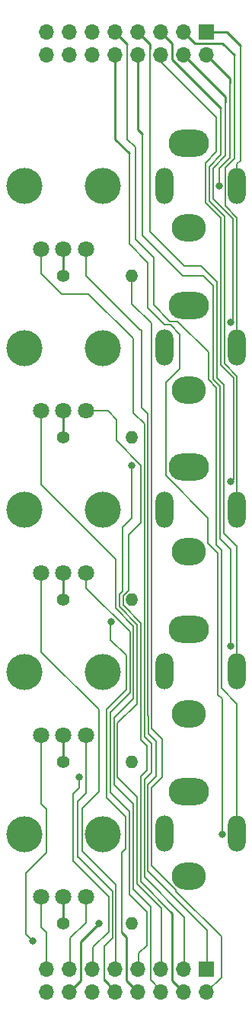
<source format=gtl>
%TF.GenerationSoftware,KiCad,Pcbnew,(6.0.1)*%
%TF.CreationDate,2022-10-13T13:52:36-04:00*%
%TF.ProjectId,SYNTH-CTLS-5-01,53594e54-482d-4435-944c-532d352d3031,1*%
%TF.SameCoordinates,Original*%
%TF.FileFunction,Copper,L1,Top*%
%TF.FilePolarity,Positive*%
%FSLAX46Y46*%
G04 Gerber Fmt 4.6, Leading zero omitted, Abs format (unit mm)*
G04 Created by KiCad (PCBNEW (6.0.1)) date 2022-10-13 13:52:36*
%MOMM*%
%LPD*%
G01*
G04 APERTURE LIST*
%TA.AperFunction,ComponentPad*%
%ADD10R,1.700000X1.700000*%
%TD*%
%TA.AperFunction,ComponentPad*%
%ADD11O,1.700000X1.700000*%
%TD*%
%TA.AperFunction,WasherPad*%
%ADD12C,4.000000*%
%TD*%
%TA.AperFunction,ComponentPad*%
%ADD13C,1.800000*%
%TD*%
%TA.AperFunction,ComponentPad*%
%ADD14C,1.400000*%
%TD*%
%TA.AperFunction,ComponentPad*%
%ADD15O,1.400000X1.400000*%
%TD*%
%TA.AperFunction,ComponentPad*%
%ADD16O,4.500000X3.000000*%
%TD*%
%TA.AperFunction,ComponentPad*%
%ADD17O,3.800000X3.000000*%
%TD*%
%TA.AperFunction,ComponentPad*%
%ADD18O,2.000000X4.000000*%
%TD*%
%TA.AperFunction,ViaPad*%
%ADD19C,0.800000*%
%TD*%
%TA.AperFunction,Conductor*%
%ADD20C,0.203200*%
%TD*%
%TA.AperFunction,Conductor*%
%ADD21C,0.250000*%
%TD*%
G04 APERTURE END LIST*
D10*
%TO.P,J11,1,Pin_1*%
%TO.N,/POTCW_1*%
X121412000Y-115565000D03*
D11*
%TO.P,J11,2,Pin_2*%
%TO.N,/POTW_1*%
X121412000Y-118105000D03*
%TO.P,J11,3,Pin_3*%
%TO.N,/POTCCW_1*%
X118872000Y-115565000D03*
%TO.P,J11,4,Pin_4*%
%TO.N,/POTCW_2*%
X118872000Y-118105000D03*
%TO.P,J11,5,Pin_5*%
%TO.N,/POTW_2*%
X116332000Y-115565000D03*
%TO.P,J11,6,Pin_6*%
%TO.N,/POTCCW_2*%
X116332000Y-118105000D03*
%TO.P,J11,7,Pin_7*%
%TO.N,/POTCW_3*%
X113792000Y-115565000D03*
%TO.P,J11,8,Pin_8*%
%TO.N,/POTW_3*%
X113792000Y-118105000D03*
%TO.P,J11,9,Pin_9*%
%TO.N,/POTCCW_3*%
X111252000Y-115565000D03*
%TO.P,J11,10,Pin_10*%
%TO.N,/POTCW_4*%
X111252000Y-118105000D03*
%TO.P,J11,11,Pin_11*%
%TO.N,/POTW_4*%
X108712000Y-115565000D03*
%TO.P,J11,12,Pin_12*%
%TO.N,/POTCCW_4*%
X108712000Y-118105000D03*
%TO.P,J11,13,Pin_13*%
%TO.N,/POTCW_5*%
X106172000Y-115565000D03*
%TO.P,J11,14,Pin_14*%
%TO.N,/POTW_5*%
X106172000Y-118105000D03*
%TO.P,J11,15,Pin_15*%
%TO.N,/POTCCW_5*%
X103632000Y-115565000D03*
%TO.P,J11,16,Pin_16*%
%TO.N,unconnected-(J11-Pad16)*%
X103632000Y-118105000D03*
%TD*%
D12*
%TO.P,RV4,*%
%TO.N,*%
X109900000Y-82550000D03*
X101100000Y-82550000D03*
D13*
%TO.P,RV4,1,1*%
%TO.N,/POTCW_4*%
X108000000Y-89550000D03*
%TO.P,RV4,2,2*%
%TO.N,Net-(R4-Pad1)*%
X105500000Y-89550000D03*
%TO.P,RV4,3,3*%
%TO.N,/POTCCW_4*%
X103000000Y-89550000D03*
%TD*%
D14*
%TO.P,R4,1*%
%TO.N,Net-(R4-Pad1)*%
X105500000Y-92500000D03*
D15*
%TO.P,R4,2*%
%TO.N,/POTW_4*%
X113120000Y-92500000D03*
%TD*%
D12*
%TO.P,RV2,*%
%TO.N,*%
X101100000Y-46550000D03*
X109900000Y-46550000D03*
D13*
%TO.P,RV2,1,1*%
%TO.N,/POTCW_2*%
X108000000Y-53550000D03*
%TO.P,RV2,2,2*%
%TO.N,Net-(R2-Pad1)*%
X105500000Y-53550000D03*
%TO.P,RV2,3,3*%
%TO.N,/POTCCW_2*%
X103000000Y-53550000D03*
%TD*%
D12*
%TO.P,RV5,*%
%TO.N,*%
X101100000Y-100550000D03*
X109900000Y-100550000D03*
D13*
%TO.P,RV5,1,1*%
%TO.N,/POTCW_5*%
X108000000Y-107550000D03*
%TO.P,RV5,2,2*%
%TO.N,Net-(R5-Pad1)*%
X105500000Y-107550000D03*
%TO.P,RV5,3,3*%
%TO.N,/POTCCW_5*%
X103000000Y-107550000D03*
%TD*%
D16*
%TO.P,J4,S*%
%TO.N,GND*%
X119400000Y-77800000D03*
D17*
X119400000Y-87200000D03*
D18*
%TO.P,J4,T*%
%TO.N,/VI_4*%
X124800000Y-82500000D03*
%TO.P,J4,TN*%
%TO.N,/VI_4S*%
X116700000Y-82500000D03*
%TD*%
D16*
%TO.P,J5,S*%
%TO.N,GND*%
X119400000Y-95800000D03*
D17*
X119400000Y-105200000D03*
D18*
%TO.P,J5,T*%
%TO.N,/VI_5*%
X124800000Y-100500000D03*
%TO.P,J5,TN*%
%TO.N,/VI_5S*%
X116700000Y-100500000D03*
%TD*%
D14*
%TO.P,R5,1*%
%TO.N,Net-(R5-Pad1)*%
X105500000Y-110500000D03*
D15*
%TO.P,R5,2*%
%TO.N,/POTW_5*%
X113120000Y-110500000D03*
%TD*%
D16*
%TO.P,J1,S*%
%TO.N,GND*%
X119400000Y-23800000D03*
D17*
X119400000Y-33200000D03*
D18*
%TO.P,J1,T*%
%TO.N,/VI_1*%
X124800000Y-28500000D03*
%TO.P,J1,TN*%
%TO.N,/VI_1S*%
X116700000Y-28500000D03*
%TD*%
D10*
%TO.P,J10,1,Pin_1*%
%TO.N,/VI_1*%
X121412000Y-11425000D03*
D11*
%TO.P,J10,2,Pin_2*%
%TO.N,/VI_1S*%
X121412000Y-13965000D03*
%TO.P,J10,3,Pin_3*%
%TO.N,/VI_2*%
X118872000Y-11425000D03*
%TO.P,J10,4,Pin_4*%
%TO.N,/VI_2S*%
X118872000Y-13965000D03*
%TO.P,J10,5,Pin_5*%
%TO.N,/VI_3*%
X116332000Y-11425000D03*
%TO.P,J10,6,Pin_6*%
%TO.N,/VI_3S*%
X116332000Y-13965000D03*
%TO.P,J10,7,Pin_7*%
%TO.N,/VI_4*%
X113792000Y-11425000D03*
%TO.P,J10,8,Pin_8*%
%TO.N,/VI_4S*%
X113792000Y-13965000D03*
%TO.P,J10,9,Pin_9*%
%TO.N,/VI_5*%
X111252000Y-11425000D03*
%TO.P,J10,10,Pin_10*%
%TO.N,/VI_5S*%
X111252000Y-13965000D03*
%TO.P,J10,11,Pin_11*%
%TO.N,GND*%
X108712000Y-11425000D03*
%TO.P,J10,12,Pin_12*%
X108712000Y-13965000D03*
%TO.P,J10,13,Pin_13*%
X106172000Y-11425000D03*
%TO.P,J10,14,Pin_14*%
X106172000Y-13965000D03*
%TO.P,J10,15,Pin_15*%
X103632000Y-11425000D03*
%TO.P,J10,16,Pin_16*%
X103632000Y-13965000D03*
%TD*%
D14*
%TO.P,R3,1*%
%TO.N,Net-(R3-Pad1)*%
X105500000Y-74500000D03*
D15*
%TO.P,R3,2*%
%TO.N,/POTW_3*%
X113120000Y-74500000D03*
%TD*%
D16*
%TO.P,J3,S*%
%TO.N,GND*%
X119400000Y-59800000D03*
D17*
X119400000Y-69200000D03*
D18*
%TO.P,J3,T*%
%TO.N,/VI_3*%
X124800000Y-64500000D03*
%TO.P,J3,TN*%
%TO.N,/VI_3S*%
X116700000Y-64500000D03*
%TD*%
D12*
%TO.P,RV1,*%
%TO.N,*%
X109900000Y-28550000D03*
X101100000Y-28550000D03*
D13*
%TO.P,RV1,1,1*%
%TO.N,/POTCW_1*%
X108000000Y-35550000D03*
%TO.P,RV1,2,2*%
%TO.N,Net-(R1-Pad1)*%
X105500000Y-35550000D03*
%TO.P,RV1,3,3*%
%TO.N,/POTCCW_1*%
X103000000Y-35550000D03*
%TD*%
D14*
%TO.P,R1,1*%
%TO.N,Net-(R1-Pad1)*%
X105500000Y-38500000D03*
D15*
%TO.P,R1,2*%
%TO.N,/POTW_1*%
X113120000Y-38500000D03*
%TD*%
D12*
%TO.P,RV3,*%
%TO.N,*%
X109900000Y-64550000D03*
X101100000Y-64550000D03*
D13*
%TO.P,RV3,1,1*%
%TO.N,/POTCW_3*%
X108000000Y-71550000D03*
%TO.P,RV3,2,2*%
%TO.N,Net-(R3-Pad1)*%
X105500000Y-71550000D03*
%TO.P,RV3,3,3*%
%TO.N,/POTCCW_3*%
X103000000Y-71550000D03*
%TD*%
D14*
%TO.P,R2,1*%
%TO.N,Net-(R2-Pad1)*%
X105500000Y-56500000D03*
D15*
%TO.P,R2,2*%
%TO.N,/POTW_2*%
X113120000Y-56500000D03*
%TD*%
D18*
%TO.P,J2,TN*%
%TO.N,/VI_2S*%
X116700000Y-46500000D03*
%TO.P,J2,T*%
%TO.N,/VI_2*%
X124800000Y-46500000D03*
D16*
%TO.P,J2,S*%
%TO.N,GND*%
X119400000Y-41800000D03*
D17*
X119400000Y-51200000D03*
%TD*%
D19*
%TO.N,/POTW_5*%
X109474000Y-110490000D03*
%TO.N,/POTCCW_4*%
X102057200Y-112395000D03*
%TO.N,/POTW_3*%
X110756247Y-76949753D03*
%TO.N,/VI_4S*%
X124098900Y-79654400D03*
%TO.N,/VI_1S*%
X122797780Y-28498800D03*
%TO.N,/VI_2S*%
X124098900Y-43713400D03*
%TO.N,/VI_3S*%
X124098900Y-61391800D03*
%TO.N,/VI_5S*%
X123113800Y-100558600D03*
%TO.N,/POTW_2*%
X113080347Y-59563453D03*
%TO.N,/POTW_4*%
X107238800Y-94208600D03*
%TD*%
D20*
%TO.N,/POTCCW_5*%
X103000000Y-110874000D02*
X103632000Y-111506000D01*
X103000000Y-107550000D02*
X103000000Y-110874000D01*
X103632000Y-111506000D02*
X103632000Y-115565000D01*
%TO.N,/POTCCW_4*%
X101320600Y-111658400D02*
X102057200Y-112395000D01*
X101320600Y-104927400D02*
X101320600Y-111658400D01*
X103632000Y-97790000D02*
X103632000Y-102616000D01*
X103632000Y-102616000D02*
X101320600Y-104927400D01*
X103000000Y-97158000D02*
X103632000Y-97790000D01*
X103000000Y-89550000D02*
X103000000Y-97158000D01*
%TO.N,/VI_5S*%
X123113800Y-85521800D02*
X123113800Y-100558600D01*
X122660280Y-85068280D02*
X123113800Y-85521800D01*
X122660280Y-69320280D02*
X122660280Y-85068280D01*
X121564400Y-68224400D02*
X122660280Y-69320280D01*
X121564400Y-65430400D02*
X121564400Y-68224400D01*
X116848880Y-60714880D02*
X121564400Y-65430400D01*
X116848880Y-50410120D02*
X116848880Y-60714880D01*
X118434834Y-48824166D02*
X116848880Y-50410120D01*
X118434834Y-45028834D02*
X118434834Y-48824166D01*
X117369720Y-43963720D02*
X118434834Y-45028834D01*
X116713720Y-43963720D02*
X117369720Y-43963720D01*
X112801400Y-35001200D02*
X114858800Y-37058600D01*
X114858800Y-42108800D02*
X116713720Y-43963720D01*
X112801400Y-24892000D02*
X112801400Y-35001200D01*
X114858800Y-37058600D02*
X114858800Y-42108800D01*
D21*
%TO.N,/VI_3*%
X117602000Y-14478000D02*
X123000000Y-19876000D01*
X117602000Y-12695000D02*
X117602000Y-14478000D01*
D20*
X123000000Y-25096668D02*
X123000000Y-19876000D01*
D21*
X116332000Y-11425000D02*
X117602000Y-12695000D01*
%TO.N,/VI_1S*%
X121412000Y-13965000D02*
X124000000Y-16553000D01*
X124000000Y-16553000D02*
X124000000Y-17066000D01*
D20*
X124000000Y-25417468D02*
X124000000Y-17066000D01*
D21*
%TO.N,/VI_2S*%
X123500000Y-18593000D02*
X123500000Y-19248000D01*
X118872000Y-13965000D02*
X123500000Y-18593000D01*
D20*
X123500000Y-25166200D02*
X123500000Y-19248000D01*
D21*
%TO.N,/VI_1*%
X123675000Y-11425000D02*
X125200700Y-12950700D01*
X121412000Y-11425000D02*
X123675000Y-11425000D01*
%TO.N,/VI_2*%
X123190000Y-12700000D02*
X124500000Y-14010000D01*
X118872000Y-11425000D02*
X120147000Y-12700000D01*
X120147000Y-12700000D02*
X123190000Y-12700000D01*
D20*
X124500000Y-25487000D02*
X124500000Y-14010000D01*
D21*
%TO.N,/VI_4*%
X115138200Y-12771200D02*
X115138200Y-13284200D01*
X113792000Y-11425000D02*
X115138200Y-12771200D01*
D20*
X115138200Y-13284200D02*
X115138200Y-33638200D01*
D21*
%TO.N,/VI_4S*%
X113792000Y-22292000D02*
X114250000Y-22750000D01*
X113792000Y-13965000D02*
X113792000Y-22292000D01*
%TO.N,/VI_5S*%
X111252000Y-23342600D02*
X112801400Y-24892000D01*
X111252000Y-13965000D02*
X111252000Y-23342600D01*
%TO.N,/VI_5*%
X111252000Y-11425000D02*
X112598200Y-12771200D01*
D20*
X112598200Y-12776200D02*
X112598200Y-23348200D01*
D21*
X112598200Y-12771200D02*
X112598200Y-12776200D01*
%TO.N,/POTCW_2*%
X118872000Y-118105000D02*
X117602000Y-116835000D01*
D20*
X117388000Y-109180000D02*
X114082440Y-105874440D01*
D21*
X117602000Y-116835000D02*
X117602000Y-109394000D01*
X117602000Y-109394000D02*
X117388000Y-109180000D01*
D20*
%TO.N,/VI_5S*%
X111340000Y-23430600D02*
X112801400Y-24892000D01*
D21*
%TO.N,/POTW_3*%
X112500000Y-116813000D02*
X113792000Y-118105000D01*
X112500000Y-112000000D02*
X112500000Y-116813000D01*
D20*
X112000000Y-111500000D02*
X112000000Y-102605520D01*
D21*
X112500000Y-112000000D02*
X112000000Y-111500000D01*
D20*
%TO.N,/POTCCW_3*%
X107543600Y-102412800D02*
X111340000Y-106209200D01*
X107543600Y-97713800D02*
X107543600Y-102412800D01*
X109397800Y-95859600D02*
X107543600Y-97713800D01*
X111340000Y-106209200D02*
X111340000Y-115477000D01*
X103000000Y-80317800D02*
X109397800Y-86715600D01*
X109397800Y-86715600D02*
X109397800Y-95859600D01*
X103000000Y-71550000D02*
X103000000Y-80317800D01*
%TO.N,/POTCW_4*%
X110000000Y-116853000D02*
X111252000Y-118105000D01*
X110937280Y-112062720D02*
X110000000Y-113000000D01*
X110000000Y-113000000D02*
X110000000Y-116853000D01*
X110937280Y-106951228D02*
X110937280Y-112062720D01*
%TO.N,/VI_4*%
X124800000Y-68621000D02*
X124800000Y-82500000D01*
X123317000Y-67138000D02*
X124800000Y-68621000D01*
X122558680Y-49863880D02*
X123317000Y-50622200D01*
X122558680Y-39191320D02*
X122558680Y-49863880D01*
X120808680Y-37441320D02*
X122558680Y-39191320D01*
X118941320Y-37441320D02*
X120808680Y-37441320D01*
X123317000Y-50622200D02*
X123317000Y-67138000D01*
X115138200Y-33638200D02*
X118941320Y-37441320D01*
%TO.N,/VI_4S*%
X124098900Y-68941100D02*
X124098900Y-79654400D01*
X122914280Y-67756480D02*
X124098900Y-68941100D01*
X122914280Y-50789012D02*
X122914280Y-67756480D01*
X121000000Y-38500000D02*
X122123200Y-39623200D01*
X118750000Y-38500000D02*
X121000000Y-38500000D01*
X122123200Y-49997932D02*
X122914280Y-50789012D01*
X114250000Y-34000000D02*
X118750000Y-38500000D01*
X114250000Y-22750000D02*
X114250000Y-34000000D01*
X113880000Y-22380000D02*
X114250000Y-22750000D01*
X122123200Y-39623200D02*
X122123200Y-49997932D01*
%TO.N,/VI_5*%
X123063000Y-84359200D02*
X124800000Y-86096200D01*
X122511560Y-50955824D02*
X122511560Y-68409560D01*
X121619136Y-46993936D02*
X121619136Y-50063400D01*
X118186200Y-43561000D02*
X121619136Y-46993936D01*
X113500000Y-24250000D02*
X113500000Y-34500000D01*
X115500000Y-41750000D02*
X117311000Y-43561000D01*
X124800000Y-86096200D02*
X124800000Y-100500000D01*
X117311000Y-43561000D02*
X118186200Y-43561000D01*
X112598200Y-23348200D02*
X113500000Y-24250000D01*
X113500000Y-34500000D02*
X115500000Y-36500000D01*
X123063000Y-68961000D02*
X123063000Y-84359200D01*
X115500000Y-36500000D02*
X115500000Y-41750000D01*
X122511560Y-68409560D02*
X123063000Y-68961000D01*
X121619136Y-50063400D02*
X122511560Y-50955824D01*
D21*
%TO.N,/POTW_5*%
X107442000Y-112522000D02*
X109474000Y-110490000D01*
X107442000Y-116835000D02*
X107442000Y-112522000D01*
X106172000Y-118105000D02*
X107442000Y-116835000D01*
D20*
%TO.N,/POTCCW_2*%
X115163600Y-108586400D02*
X115163600Y-116743600D01*
X113233200Y-106656000D02*
X115163600Y-108586400D01*
X115163600Y-116743600D02*
X116420000Y-118000000D01*
%TO.N,/POTCW_4*%
X110083600Y-116743600D02*
X111340000Y-118000000D01*
%TO.N,/POTCW_2*%
X114082440Y-105874440D02*
X114082440Y-94167560D01*
%TO.N,/POTCCW_2*%
X113233200Y-97233200D02*
X113233200Y-106656000D01*
X111106960Y-95106960D02*
X113233200Y-97233200D01*
%TO.N,/POTW_3*%
X112000000Y-102605520D02*
X112427760Y-102177760D01*
X112427760Y-102177760D02*
X112427760Y-98677760D01*
%TO.N,/POTCW_2*%
X114082440Y-94167560D02*
X114750000Y-93500000D01*
X114750000Y-93500000D02*
X114750000Y-90750000D01*
%TO.N,/POTCCW_2*%
X111106960Y-87643040D02*
X111106960Y-95106960D01*
X113277000Y-85473000D02*
X111106960Y-87643040D01*
%TO.N,/POTCW_4*%
X107135452Y-103149400D02*
X110937280Y-106951228D01*
X107111800Y-103149400D02*
X107135452Y-103149400D01*
%TO.N,/POTW_3*%
X112427760Y-98677760D02*
X110286800Y-96536800D01*
X110286800Y-96536800D02*
X110286800Y-86713200D01*
X110286800Y-86713200D02*
X112471560Y-84528440D01*
X112471560Y-84528440D02*
X112471560Y-80721560D01*
%TO.N,/POTCW_2*%
X114750000Y-90750000D02*
X114082440Y-90082440D01*
%TO.N,/POTCCW_2*%
X113277000Y-77433664D02*
X113277000Y-85473000D01*
%TO.N,/POTCW_4*%
X107061000Y-103098600D02*
X107111800Y-103149400D01*
X107061000Y-96977200D02*
X107061000Y-103098600D01*
X108000000Y-96038200D02*
X107061000Y-96977200D01*
%TO.N,/POTW_3*%
X110750000Y-79000000D02*
X112471560Y-80721560D01*
%TO.N,/POTCW_2*%
X114082440Y-90082440D02*
X114082440Y-77100040D01*
X114082440Y-77100040D02*
X112115600Y-75133200D01*
%TO.N,/POTCCW_2*%
X111281080Y-75437744D02*
X113277000Y-77433664D01*
X111281080Y-70031080D02*
X111281080Y-75437744D01*
X103000000Y-61750000D02*
X111281080Y-70031080D01*
%TO.N,/POTCW_4*%
X108000000Y-89550000D02*
X108000000Y-96038200D01*
%TO.N,/POTW_3*%
X110750000Y-76956000D02*
X110750000Y-79000000D01*
X110756247Y-76949753D02*
X110750000Y-76956000D01*
%TO.N,/POTCW_2*%
X112115600Y-75133200D02*
X112115600Y-74066400D01*
%TO.N,/POTCCW_2*%
X103000000Y-53550000D02*
X103000000Y-61750000D01*
%TO.N,/POTCW_2*%
X112115600Y-74066400D02*
X112716000Y-73466000D01*
X112716000Y-73466000D02*
X112716000Y-67284000D01*
X112716000Y-67284000D02*
X114082440Y-65917560D01*
X114082440Y-65917560D02*
X114082440Y-59574040D01*
X114082440Y-59574040D02*
X111353600Y-56845200D01*
X111353600Y-56845200D02*
X111353600Y-54483000D01*
X111353600Y-54483000D02*
X110420600Y-53550000D01*
X110420600Y-53550000D02*
X108000000Y-53550000D01*
%TO.N,/VI_1*%
X124800000Y-26101400D02*
X125200700Y-25700700D01*
X124800000Y-28500000D02*
X124800000Y-26101400D01*
X125200700Y-25700700D02*
X125200700Y-12950700D01*
%TO.N,/VI_2*%
X123498880Y-26488120D02*
X124500000Y-25487000D01*
X123498880Y-30763480D02*
X123498880Y-26488120D01*
X124800000Y-46500000D02*
X124800000Y-32064600D01*
X124800000Y-32064600D02*
X123498880Y-30763480D01*
%TO.N,/VI_3*%
X124800000Y-64000000D02*
X124800000Y-49666800D01*
X121693949Y-30250269D02*
X121693949Y-26402719D01*
X124800000Y-49666800D02*
X123367800Y-48234600D01*
X121693949Y-26402719D02*
X123000000Y-25096668D01*
X123367800Y-48234600D02*
X123367800Y-31924120D01*
X123367800Y-31924120D02*
X121693949Y-30250269D01*
%TO.N,/VI_1S*%
X122797780Y-26619688D02*
X124000000Y-25417468D01*
X122797780Y-28498800D02*
X122797780Y-26619688D01*
%TO.N,/VI_2S*%
X124098900Y-43713400D02*
X124358400Y-43453900D01*
X124358400Y-32207200D02*
X122096669Y-29945469D01*
X124358400Y-43453900D02*
X124358400Y-32207200D01*
X122096669Y-26569531D02*
X123500000Y-25166200D01*
X122096669Y-29945469D02*
X122096669Y-26569531D01*
%TO.N,/VI_3S*%
X124397280Y-61093420D02*
X124397280Y-49833612D01*
X122961400Y-32087252D02*
X121291229Y-30417081D01*
X121291229Y-30417081D02*
X121291229Y-25958771D01*
X121291229Y-25958771D02*
X122500000Y-24750000D01*
X124098900Y-61391800D02*
X124397280Y-61093420D01*
X122500000Y-24750000D02*
X122500000Y-20910000D01*
X122500000Y-20910000D02*
X116420000Y-14830000D01*
X122961400Y-48397732D02*
X122961400Y-32087252D01*
X124397280Y-49833612D02*
X122961400Y-48397732D01*
%TO.N,/POTCW_1*%
X121500000Y-111250000D02*
X121500000Y-115460000D01*
X114218434Y-53192674D02*
X114887880Y-53862120D01*
X114887880Y-87387880D02*
X114902720Y-87402720D01*
X114218434Y-44531566D02*
X114218434Y-53192674D01*
X115750000Y-90250000D02*
X115750000Y-94180468D01*
X114902720Y-89402720D02*
X115750000Y-90250000D01*
X114031566Y-44531566D02*
X114218434Y-44531566D01*
X114887880Y-53862120D02*
X114887880Y-87387880D01*
X114887880Y-95042588D02*
X114887880Y-104637880D01*
X114902720Y-87402720D02*
X114902720Y-89402720D01*
X108000000Y-38500000D02*
X114031566Y-44531566D01*
X115750000Y-94180468D02*
X114887880Y-95042588D01*
X114887880Y-104637880D02*
X121500000Y-111250000D01*
X108000000Y-35550000D02*
X108000000Y-38500000D01*
%TO.N,/POTCCW_1*%
X115250000Y-93750000D02*
X114485160Y-94514840D01*
X113250000Y-45500000D02*
X113250000Y-53750000D01*
X114485160Y-87764840D02*
X114500000Y-87779680D01*
X114485160Y-89735160D02*
X115250000Y-90500000D01*
X108288400Y-40538400D02*
X113250000Y-45500000D01*
X114500000Y-87779680D02*
X114485160Y-87794520D01*
X115250000Y-90500000D02*
X115250000Y-93750000D01*
X114485160Y-105315160D02*
X118960000Y-109790000D01*
X114485160Y-94514840D02*
X114485160Y-105315160D01*
X113250000Y-53750000D02*
X114485160Y-54985160D01*
X114485160Y-54985160D02*
X114485160Y-87764840D01*
X105283000Y-40538400D02*
X108288400Y-40538400D01*
X114485160Y-87794520D02*
X114485160Y-89735160D01*
X103000000Y-38255400D02*
X105283000Y-40538400D01*
X118960000Y-109790000D02*
X118960000Y-115460000D01*
X103000000Y-35550000D02*
X103000000Y-38255400D01*
%TO.N,/POTW_2*%
X113643280Y-96393280D02*
X111509680Y-94259680D01*
X112056234Y-73556234D02*
X112056234Y-66443766D01*
X113643280Y-106053280D02*
X113643280Y-96393280D01*
X113679720Y-77266852D02*
X111683800Y-75270932D01*
X116420000Y-115460000D02*
X116420000Y-108830000D01*
X111683800Y-75270932D02*
X111683800Y-73928668D01*
X116420000Y-108830000D02*
X113643280Y-106053280D01*
X111683800Y-73928668D02*
X112056234Y-73556234D01*
X113679720Y-86070280D02*
X113679720Y-77266852D01*
X113080347Y-65419653D02*
X113080347Y-59563453D01*
X111509680Y-94259680D02*
X111509680Y-88240320D01*
X111509680Y-88240320D02*
X113679720Y-86070280D01*
X112056234Y-66443766D02*
X113080347Y-65419653D01*
%TO.N,/POTW_1*%
X115290600Y-86209400D02*
X115305440Y-86224240D01*
X123034200Y-111965800D02*
X123034200Y-116465800D01*
X118001416Y-106748584D02*
X118001416Y-106933016D01*
X116500000Y-90000000D02*
X116500000Y-94250000D01*
X123034200Y-116465800D02*
X121500000Y-118000000D01*
X115305440Y-88805440D02*
X116500000Y-90000000D01*
X113120000Y-41620000D02*
X115290600Y-43790600D01*
X115290600Y-43790600D02*
X115290600Y-86209400D01*
X115290600Y-95459400D02*
X115290600Y-104037768D01*
X113120000Y-38500000D02*
X113120000Y-41620000D01*
X118001416Y-106933016D02*
X123034200Y-111965800D01*
X115290600Y-104037768D02*
X118001416Y-106748584D01*
X116500000Y-94250000D02*
X115290600Y-95459400D01*
X115305440Y-86224240D02*
X115305440Y-88805440D01*
%TO.N,/POTCW_3*%
X108000000Y-73202000D02*
X108000000Y-71550000D01*
X112874280Y-84874280D02*
X112874280Y-78076280D01*
X112830480Y-98080480D02*
X110704240Y-95954240D01*
X113880000Y-115460000D02*
X113880000Y-113805600D01*
X110704240Y-87044320D02*
X112874280Y-84874280D01*
X114760880Y-109239120D02*
X112830480Y-107308720D01*
X114760880Y-112924720D02*
X114760880Y-109239120D01*
X112874280Y-78076280D02*
X108000000Y-73202000D01*
X113880000Y-113805600D02*
X114760880Y-112924720D01*
X110704240Y-95954240D02*
X110704240Y-87044320D01*
X112830480Y-107308720D02*
X112830480Y-98080480D01*
%TO.N,/POTCW_5*%
X106260000Y-115460000D02*
X106260000Y-112129200D01*
X108000000Y-107550000D02*
X108000000Y-110389200D01*
X106260000Y-112129200D02*
X108026200Y-110363000D01*
%TO.N,/POTW_4*%
X110534560Y-111385240D02*
X108800000Y-113119800D01*
X107238800Y-95402400D02*
X106527600Y-96113600D01*
X108800000Y-113119800D02*
X108800000Y-115460000D01*
X106527600Y-96113600D02*
X106527600Y-103530400D01*
X107238800Y-94208600D02*
X107238800Y-95402400D01*
X106527600Y-103530400D02*
X110534560Y-107537360D01*
X110534560Y-107537360D02*
X110534560Y-111385240D01*
D21*
%TO.N,Net-(R1-Pad1)*%
X105500000Y-35550000D02*
X105500000Y-38500000D01*
%TO.N,Net-(R2-Pad1)*%
X105500000Y-53550000D02*
X105500000Y-56500000D01*
%TO.N,Net-(R3-Pad1)*%
X105500000Y-71550000D02*
X105500000Y-74500000D01*
%TO.N,Net-(R4-Pad1)*%
X105500000Y-89550000D02*
X105500000Y-92500000D01*
%TO.N,Net-(R5-Pad1)*%
X105500000Y-107550000D02*
X105500000Y-110500000D01*
%TD*%
M02*

</source>
